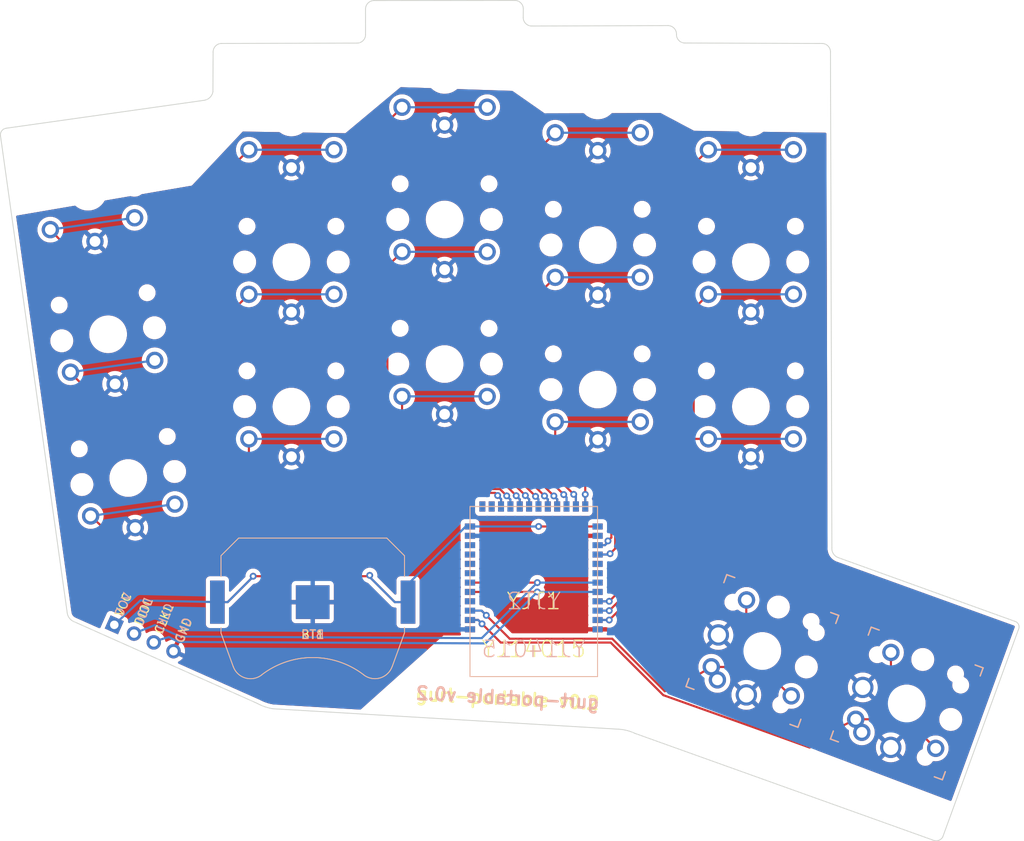
<source format=kicad_pcb>
(kicad_pcb (version 20211014) (generator pcbnew)
  (title_block (title "gurt-portable") (rev "v 0.2") (comment 4 "Author: CarlFabian"))
  (layers (0 "F.Cu" signal) (31 "B.Cu" signal) (34 "B.Paste" user) (35 "F.Paste" user) (36 "B.SilkS" user "B.Silkscreen") (37 "F.SilkS" user "F.Silkscreen") (38 "B.Mask" user) (39 "F.Mask" user) (44 "Edge.Cuts" user))
  (net 0 "")
  (net 1 "VCC")
  (net 2 "GND")
  (net 3 "DIOL")
  (net 4 "SW00L")
  (net 5 "SW10L")
  (net 6 "SW20L")
  (net 7 "SW01L")
  (net 8 "SW11L")
  (net 9 "SW21L")
  (net 10 "SW02L")
  (net 11 "SW12L")
  (net 12 "SW22L")
  (net 13 "SW03L")
  (net 14 "SW13L")
  (net 15 "SW23L")
  (net 16 "SW33L")
  (net 17 "SW04L")
  (net 18 "SW14L")
  (net 19 "SW24L")
  (net 20 "SW34L")
  (net 21 "CLKL")
  (footprint "gurt-portable:YJ-14015" (layer "F.Cu") (at 149.98192 110.25122 180)
    (fp_text reference "YJT1")
    (fp_text value "YJ14015")
  )
  (footprint "gurt-portable:Choc_PG1350_Choc_Spacing_Reversible" (layer "F.Cu") (at 99.955551 90 8)
    (fp_text reference "SW2" hide)
    (fp_text value "SW_PUSH" hide)
  )
  (footprint "gurt-portable:Choc_PG1350_Choc_Spacing_Reversible" (layer "F.Cu") (at 157.499999 79.5)
    (fp_text reference "SW11" hide)
    (fp_text value "SW_PUSH" hide)
  )
  (footprint "gurt-portable:BatteryHolder_Keystone_3034_1x20mm_bigger_pads" (layer "F.Cu") (at 124 121.5)
    (fp_text reference "BT1")
    (fp_text value "Device_Battery_Cell")
  )
  (footprint "gurt-portable:Choc_PG1350_Choc_Spacing_Reversible" (layer "F.Cu") (at 139.500001 76.5)
    (fp_text reference "SW8" hide)
    (fp_text value "SW_PUSH" hide)
  )
  (footprint "gurt-portable:Choc_PG1350_Choc_Spacing_Reversible" (layer "F.Cu") (at 121.5 81.5)
    (fp_text reference "SW5" hide)
    (fp_text value "SW_PUSH" hide)
  )
  (footprint "gurt-portable:Choc_PG1350_Choc_Spacing_Reversible" (layer "F.Cu") (at 175.5 98.5)
    (fp_text reference "SW16" hide)
    (fp_text value "SW_PUSH" hide)
  )
  (footprint "gurt-portable:Choc_PG1350_Choc_Spacing_Reversible" (layer "F.Cu") (at 157.5 96.5)
    (fp_text reference "SW12" hide)
    (fp_text value "SW_PUSH" hide)
  )
  (footprint "gurt-portable:Choc_PG1350_Choc_Spacing_Reversible" (layer "F.Cu") (at 175.5 81.500001)
    (fp_text reference "SW15" hide)
    (fp_text value "SW_PUSH" hide)
  )
  (footprint "gurt-portable:SW_PG1350_reversible_rotatable" (layer "F.Cu") (at 193.816383 133.410744 -20)
    (fp_text reference "SW17" hide)
    (fp_text value "SW_PUSH" hide)
  )
  (footprint "gurt-portable:Choc_PG1350_Choc_Spacing_Reversible" (layer "F.Cu") (at 157.500001 62.5)
    (fp_text reference "SW10" hide)
    (fp_text value "SW_PUSH" hide)
  )
  (footprint "gurt-portable:Choc_PG1350_Choc_Spacing_Reversible" (layer "F.Cu") (at 139.5 59.5)
    (fp_text reference "SW7" hide)
    (fp_text value "SW_PUSH" hide)
  )
  (footprint "gurt-portable:Choc_PG1350_Choc_Spacing_Reversible" (layer "F.Cu") (at 102.321494 106.903369 8)
    (fp_text reference "SW3" hide)
    (fp_text value "SW_PUSH" hide)
  )
  (footprint "gurt-portable:Choc_PG1350_Choc_Spacing_Reversible" (layer "F.Cu") (at 121.500001 98.500001)
    (fp_text reference "SW6" hide)
    (fp_text value "SW_PUSH" hide)
  )
  (footprint "gurt-portable:Choc_PG1350_Choc_Spacing_Reversible" (layer "F.Cu") (at 175.499999 64.5)
    (fp_text reference "SW14" hide)
    (fp_text value "SW_PUSH" hide)
  )
  (footprint "gurt-portable:Choc_PG1350_Choc_Spacing_Reversible" (layer "F.Cu") (at 97.589608 73.234254 8)
    (fp_text reference "SW1" hide)
    (fp_text value "SW_PUSH" hide)
  )
  (footprint "gurt-portable:Choc_PG1350_Choc_Spacing_Reversible" (layer "F.Cu") (at 121.5 64.500001)
    (fp_text reference "SW4" hide)
    (fp_text value "SW_PUSH" hide)
  )
  (footprint "gurt-portable:Choc_PG1350_Choc_Spacing_Reversible" (layer "F.Cu") (at 139.5 93.5)
    (fp_text reference "SW9" hide)
    (fp_text value "SW_PUSH" hide)
  )
  (footprint "gurt-portable:SW_PG1350_reversible_rotatable" (layer "F.Cu") (at 176.843197 127.239917 -20)
    (fp_text reference "SW13" hide)
    (fp_text value "SW_PUSH" hide)
  )
  (footprint "gurt-portable:YJ-14015" (layer "B.Cu") (at 149.98192 110.25122)
    (fp_text reference "YJT2")
    (fp_text value "YJ14015")
  )
  (footprint "gurt-portable:BatteryHolder_Keystone_3034_1x20mm_bigger_pads" (layer "B.Cu") (at 124 121.5 180)
    (fp_text reference "BT2")
    (fp_text value "Device_Battery_Cell")
  )
  (footprint "gurt-portable:PinHeader_1x04_P2.54mm_Horizontal" (layer "B.Cu") (at 100.679595 124.166889 -114)
    (fp_text reference "PROG1" hide)
    (fp_text value "Connector_Conn_01x04_Male" hide)
  )
  (gr_line (start 197 149.52) (end 161.87 136.93) (layer "Edge.Cuts") (width 0.1))
  (gr_arc (start 167.75 55.75) (mid 167.042893 55.457107) (end 166.75 54.75) (layer "Edge.Cuts") (width 0.1))
  (gr_arc (start 95.89 123.77) (mid 95.393079 123.365506) (end 95.15 122.77) (layer "Edge.Cuts") (width 0.1))
  (gr_line (start 167.75 55.75) (end 183.85 55.8) (layer "Edge.Cuts") (width 0.1))
  (gr_arc (start 130.207107 51.757107) (mid 130.5 51.05) (end 131.207107 50.757107) (layer "Edge.Cuts") (width 0.1))
  (gr_line (start 87.97 65.77) (end 111.27 62.48) (layer "Edge.Cuts") (width 0.1))
  (gr_arc (start 159.94 136.44) (mid 160.929303 136.590798) (end 161.87 136.93) (layer "Edge.Cuts") (width 0.1))
  (gr_line (start 95.15 122.77) (end 87.31 66.68) (layer "Edge.Cuts") (width 0.1))
  (gr_line (start 117.49 133.41) (end 95.89 123.77) (layer "Edge.Cuts") (width 0.1))
  (gr_line (start 149.74 53.75) (end 165.75 53.7) (layer "Edge.Cuts") (width 0.1))
  (gr_line (start 131.207107 50.757107) (end 147.75 50.74) (layer "Edge.Cuts") (width 0.1))
  (gr_arc (start 206.487564 123.743336) (mid 206.951962 124.11948) (end 206.94 124.716229) (layer "Edge.Cuts") (width 0.1))
  (gr_line (start 130.21 54.76) (end 130.207107 51.757107) (layer "Edge.Cuts") (width 0.1))
  (gr_line (start 113.297107 55.797107) (end 129.21 55.76) (layer "Edge.Cuts") (width 0.1))
  (gr_arc (start 112.27 61.48) (mid 111.928717 62.138717) (end 111.27 62.48) (layer "Edge.Cuts") (width 0.1))
  (gr_arc (start 147.75 50.74) (mid 148.457107 51.032893) (end 148.75 51.74) (layer "Edge.Cuts") (width 0.1))
  (gr_arc (start 130.21 54.76) (mid 129.917107 55.467107) (end 129.21 55.76) (layer "Edge.Cuts") (width 0.1))
  (gr_line (start 206.94 124.716229) (end 198.04 149.12) (layer "Edge.Cuts") (width 0.1))
  (gr_arc (start 198.04 149.12) (mid 197.590409 149.503063) (end 197 149.52) (layer "Edge.Cuts") (width 0.1))
  (gr_line (start 185.753439 116.26) (end 206.487564 123.743336) (layer "Edge.Cuts") (width 0.1))
  (gr_arc (start 112.297107 56.797107) (mid 112.59 56.09) (end 113.297107 55.797107) (layer "Edge.Cuts") (width 0.1))
  (gr_line (start 112.27 61.48) (end 112.297107 56.797107) (layer "Edge.Cuts") (width 0.1))
  (gr_line (start 159.94 136.44) (end 119.344297 134.03625) (layer "Edge.Cuts") (width 0.1))
  (gr_arc (start 165.75 53.7) (mid 166.475 54.010714) (end 166.75 54.75) (layer "Edge.Cuts") (width 0.1))
  (gr_arc (start 185.753439 116.26) (mid 185.189688 115.80262) (end 185.013439 115.096802) (layer "Edge.Cuts") (width 0.1))
  (gr_line (start 184.85 56.8) (end 185.013439 115.096802) (layer "Edge.Cuts") (width 0.1))
  (gr_arc (start 149.74 53.75) (mid 149.032893 53.457107) (end 148.74 52.75) (layer "Edge.Cuts") (width 0.1))
  (gr_arc (start 183.85 55.8) (mid 184.557107 56.092893) (end 184.85 56.8) (layer "Edge.Cuts") (width 0.1))
  (gr_line (start 148.75 51.74) (end 148.74 52.75) (layer "Edge.Cuts") (width 0.1))
  (gr_arc (start 119.344297 134.03625) (mid 118.389634 133.803632) (end 117.49 133.41) (layer "Edge.Cuts") (width 0.1))
  (gr_arc (start 87.31 66.68) (mid 87.446287 66.087189) (end 87.97 65.77) (layer "Edge.Cuts") (width 0.1))
  (gr_text "gurt-portable v0.2" (at 146.9 132.75 -3) (layer "B.SilkS") (effects (font (size 1.5 1.5) (thickness 0.3)) (justify mirror)))
  (gr_text "DIOL" (at 104.15 122.6 68) (layer "B.SilkS") (effects (font (size 1 1)) (justify mirror)))
  (gr_text "GND" (at 108.8 124.8 68) (layer "B.SilkS") (effects (font (size 1 1)) (justify mirror)))
  (gr_text "VCC" (at 101.75 121.8 67) (layer "B.SilkS") (effects (font (size 1 1)) (justify mirror)))
  (gr_text "CLKL" (at 106.55 123.4 68) (layer "B.SilkS") (effects (font (size 1 1)) (justify mirror)))
  (gr_text "gurt-portable v0.2" (at 146.9 132.85 -3) (layer "F.SilkS") (effects (font (size 1.5 1.5) (thickness 0.3))))
  (gr_text "CLKL" (at 106.51254 123.492718 68) (layer "F.SilkS") (effects (font (size 1 1))))
  (gr_text "VCC" (at 101.75 121.8 67) (layer "F.SilkS") (effects (font (size 1 1))))
  (gr_text "DIOL" (at 104.131268 122.64636 68) (layer "F.SilkS") (effects (font (size 1 1))))
  (gr_text "GND" (at 108.84636 124.81873 68) (layer "F.SilkS") (effects (font (size 1 1))))
  (segment (start 130.7 118.35) (end 130.6 118.45) (width 0.25) (layer "F.Cu") (net 1))
  (segment (start 117 118.45) (end 117 118.5) (width 0.25) (layer "F.Cu") (net 1))
  (segment (start 130.6 118.45) (end 117 118.45) (width 0.25) (layer "F.Cu") (net 1))
  (segment (start 117 118.5) (end 114 121.5) (width 0.25) (layer "F.Cu") (net 1))
  (segment (start 130.7 118.55) (end 133.65 121.5) (width 0.25) (layer "F.Cu") (net 1))
  (segment (start 130.7 118.35) (end 130.7 118.55) (width 0.25) (layer "F.Cu") (net 1))
  (segment (start 157.48 112.60072) (end 150.45072 112.60072) (width 0.25) (layer "F.Cu") (net 1))
  (segment (start 114 121.5) (end 113.015 121.5) (width 0.25) (layer "F.Cu") (net 1))
  (segment (start 133.65 121.5) (end 134.985 121.5) (width 0.25) (layer "F.Cu") (net 1))
  (via (at 150.54928 112.60072) (size 0.8) (drill 0.4) (layers "F.Cu" "B.Cu") (net 1))
  (via (at 117 118.45) (size 0.8) (drill 0.4) (layers "F.Cu" "B.Cu") (net 1))
  (via (at 130.7 118.35) (size 0.8) (drill 0.4) (layers "F.Cu" "B.Cu") (net 1))
  (segment (start 117 118.45) (end 117 118.5) (width 0.25) (layer "B.Cu") (net 1))
  (segment (start 113.015 121.5) (end 114 121.5) (width 0.25) (layer "B.Cu") (net 1))
  (segment (start 141.97928 112.60072) (end 142.48384 112.60072) (width 0.25) (layer "B.Cu") (net 1))
  (segment (start 142.48384 112.60072) (end 150.54928 112.60072) (width 0.25) (layer "B.Cu") (net 1))
  (segment (start 133.65 121.5) (end 134.985 121.5) (width 0.25) (layer "B.Cu") (net 1))
  (segment (start 130.7 118.55) (end 133.65 121.5) (width 0.25) (layer "B.Cu") (net 1))
  (segment (start 113.015 121.5) (end 103.75 121.3) (width 0.25) (layer "B.Cu") (net 1))
  (segment (start 134.985 121.5) (end 134.985 119.595) (width 0.25) (layer "B.Cu") (net 1))
  (segment (start 134.985 119.595) (end 141.97928 112.60072) (width 0.25) (layer "B.Cu") (net 1))
  (segment (start 103.75 121.3) (end 100.679595 124.166889) (width 0.25) (layer "B.Cu") (net 1))
  (segment (start 117 118.5) (end 114 121.5) (width 0.25) (layer "B.Cu") (net 1))
  (segment (start 130.7 118.35) (end 130.7 118.55) (width 0.25) (layer "B.Cu") (net 1))
  (segment (start 142.48384 119.19964) (end 150.40036 119.19964) (width 0.25) (layer "F.Cu") (net 3))
  (via (at 150.40036 119.19964) (size 0.8) (drill 0.4) (layers "F.Cu" "B.Cu") (net 3))
  (segment (start 103.2914 125.0586) (end 103.1414 125.0586) (width 0.25) (layer "B.Cu") (net 3))
  (segment (start 157.48 119.19964) (end 150.40036 119.19964) (width 0.25) (layer "B.Cu") (net 3))
  (segment (start 143.86952 125.73048) (end 108.4 125.55) (width 0.25) (layer "B.Cu") (net 3))
  (segment (start 103.1414 125.0586) (end 103 125.2) (width 0.25) (layer "B.Cu") (net 3))
  (segment (start 150.40036 119.19964) (end 143.86952 125.73048) (width 0.25) (layer "B.Cu") (net 3))
  (segment (start 108.4 125.55) (end 105.45 124.2) (width 0.25) (layer "B.Cu") (net 3))
  (segment (start 105.45 124.2) (end 103.2914 125.0586) (width 0.25) (layer "B.Cu") (net 3))
  (segment (start 146.68216 107.75048) (end 114.95048 107.75048) (width 0.25) (layer "F.Cu") (net 4))
  (segment (start 114.95048 107.75048) (end 113.2 106) (width 0.25) (layer "F.Cu") (net 4))
  (segment (start 148.33346 109.40178) (end 147.91584 108.98416) (width 0.25) (layer "F.Cu") (net 4))
  (segment (start 107.6 80.4) (end 97 81.8) (width 0.25) (layer "F.Cu") (net 4))
  (segment (start 113 84.6) (end 107.6 80.4) (width 0.25) (layer "F.Cu") (net 4))
  (segment (start 113.2 106) (end 113 84.6) (width 0.25) (layer "F.Cu") (net 4))
  (segment (start 148.33346 110.25122) (end 148.33346 109.40178) (width 0.25) (layer "F.Cu") (net 4))
  (segment (start 97 81.8) (end 93.167125 77.693138) (width 0.25) (layer "F.Cu") (net 4))
  (segment (start 147.91584 108.98416) (end 146.68216 107.75048) (width 0.25) (layer "F.Cu") (net 4))
  (via (at 147.91584 108.98416) (size 0.8) (drill 0.4) (layers "F.Cu" "B.Cu") (net 4))
  (segment (start 103.069806 76.301407) (end 99.05 76.85) (width 0.25) (layer "B.Cu") (net 4))
  (segment (start 99.05 76.85) (end 93.167125 77.693138) (width 0.25) (layer "B.Cu") (net 4))
  (segment (start 148.33346 110.25122) (end 148.33346 109.40178) (width 0.25) (layer "B.Cu") (net 4))
  (segment (start 148.33346 109.40178) (end 147.91584 108.98416) (width 0.25) (layer "B.Cu") (net 4))
  (segment (start 146 108.2) (end 114.6 108.2) (width 0.25) (layer "F.Cu") (net 5))
  (segment (start 99.555372 98.55) (end 95.533068 94.527696) (width 0.25) (layer "F.Cu") (net 5))
  (segment (start 147.23364 109.43364) (end 146.8 109) (width 0.25) (layer "F.Cu") (net 5))
  (segment (start 146.8 109) (end 146 108.2) (width 0.25) (layer "F.Cu") (net 5))
  (segment (start 112.6 106.2) (end 112.6 99.6) (width 0.25) (layer "F.Cu") (net 5))
  (segment (start 147.23364 110.25122) (end 147.23364 109.43364) (width 0.25) (layer "F.Cu") (net 5))
  (segment (start 114.6 108.2) (end 112.6 106.2) (width 0.25) (layer "F.Cu") (net 5))
  (segment (start 112.6 99.6) (end 110 97.2) (width 0.25) (layer "F.Cu") (net 5))
  (segment (start 110 97.2) (end 99.555372 98.55) (width 0.25) (layer "F.Cu") (net 5))
  (via (at 146.8 109) (size 0.8) (drill 0.4) (layers "F.Cu" "B.Cu") (net 5))
  (segment (start 147.23364 110.25122) (end 147.23364 109.43364) (width 0.25) (layer "B.Cu") (net 5))
  (segment (start 105.435749 93.067153) (end 100.5 93.75) (width 0.25) (layer "B.Cu") (net 5))
  (segment (start 100.5 93.75) (end 95.533068 94.458884) (width 0.25) (layer "B.Cu") (net 5))
  (segment (start 147.23364 109.43364) (end 146.8 109) (width 0.25) (layer "B.Cu") (net 5))
  (segment (start 102.2 115.4) (end 97.899011 111.362253) (width 0.25) (layer "F.Cu") (net 6))
  (segment (start 145.735818 108.960416) (end 145.424922 108.64952) (width 0.25) (layer "F.Cu") (net 6))
  (segment (start 112.4 114) (end 102.2 115.4) (width 0.25) (layer "F.Cu") (net 6))
  (segment (start 145.424922 108.64952) (end 114.413803 108.64952) (width 0.25) (layer "F.Cu") (net 6))
  (segment (start 145.735818 109.003778) (end 146.13382 109.40178) (width 0.25) (layer "F.Cu") (net 6))
  (segment (start 146.13382 109.40178) (end 146.13382 110.25122) (width 0.25) (layer "F.Cu") (net 6))
  (segment (start 114.413803 108.64952) (end 113.6 110.8) (width 0.25) (layer "F.Cu") (net 6))
  (segment (start 113.6 110.8) (end 112.4 114) (width 0.25) (layer "F.Cu") (net 6))
  (segment (start 145.735818 108.960416) (end 145.735818 109.003778) (width 0.25) (layer "F.Cu") (net 6))
  (via (at 145.735818 108.960416) (size 0.8) (drill 0.4) (layers "F.Cu" "B.Cu") (net 6))
  (segment (start 146.13382 110.25122) (end 146.13382 109.358418) (width 0.25) (layer "B.Cu") (net 6))
  (segment (start 102.9 110.65) (end 97.899011 111.362253) (width 0.25) (layer "B.Cu") (net 6))
  (segment (start 146.13382 109.358418) (end 145.735818 108.960416) (width 0.25) (layer "B.Cu") (net 6))
  (segment (start 107.801692 109.970522) (end 102.9 110.65) (width 0.25) (layer "B.Cu") (net 6))
  (segment (start 115.35096 107.30096) (end 113.8 105.75) (width 0.25) (layer "F.Cu") (net 7))
  (segment (start 149.43328 109.40178) (end 148.99075 108.95925) (width 0.25) (layer "F.Cu") (net 7))
  (segment (start 148.99075 108.95925) (end 147.33246 107.30096) (width 0.25) (layer "F.Cu") (net 7))
  (segment (start 147.33246 107.30096) (end 115.35096 107.30096) (width 0.25) (layer "F.Cu") (net 7))
  (segment (start 113.8 105.75) (end 113.8 71.000001) (width 0.25) (layer "F.Cu") (net 7))
  (segment (start 113.8 71.000001) (end 116.5 68.300001) (width 0.25) (layer "F.Cu") (net 7))
  (segment (start 149.43328 110.25122) (end 149.43328 109.40178) (width 0.25) (layer "F.Cu") (net 7))
  (via (at 148.99075 108.95925) (size 0.8) (drill 0.4) (layers "F.Cu" "B.Cu") (net 7))
  (segment (start 116.5 68.300001) (end 126.5 68.300001) (width 0.25) (layer "B.Cu") (net 7))
  (segment (start 149.43328 109.40178) (end 148.99075 108.95925) (width 0.25) (layer "B.Cu") (net 7))
  (segment (start 149.43328 110.25122) (end 149.43328 109.40178) (width 0.25) (layer "B.Cu") (net 7))
  (segment (start 150.53056 109.40178) (end 150.18939 109.06061) (width 0.25) (layer "F.Cu") (net 8))
  (segment (start 114.35 87.45) (end 116.5 85.3) (width 0.25) (layer "F.Cu") (net 8))
  (segment (start 150.18939 109.06061) (end 147.98022 106.85144) (width 0.25) (layer "F.Cu") (net 8))
  (segment (start 147.98022 106.85144) (end 115.80144 106.85144) (width 0.25) (layer "F.Cu") (net 8))
  (segment (start 114.35 105.4) (end 114.35 87.45) (width 0.25) (layer "F.Cu") (net 8))
  (segment (start 115.80144 106.85144) (end 114.35 105.4) (width 0.25) (layer "F.Cu") (net 8))
  (segment (start 150.53056 110.25122) (end 150.53056 109.40178) (width 0.25) (layer "F.Cu") (net 8))
  (via (at 150.18939 109.06061) (size 0.8) (drill 0.4) (layers "F.Cu" "B.Cu") (net 8))
  (segment (start 150.53056 110.25122) (end 150.53056 109.40178) (width 0.25) (layer "B.Cu") (net 8))
  (segment (start 150.53056 109.40178) (end 150.18939 109.06061) (width 0.25) (layer "B.Cu") (net 8))
  (segment (start 116.5 85.3) (end 126.5 85.3) (width 0.25) (layer "B.Cu") (net 8))
  (segment (start 148.6286 106.4) (end 117.8 106.4) (width 0.25) (layer "F.Cu") (net 9))
  (segment (start 116.500001 105.100001) (end 116.500001 102.300001) (width 0.25) (layer "F.Cu") (net 9))
  (segment (start 151.63038 110.25122) (end 151.63038 109.40178) (width 0.25) (layer "F.Cu") (net 9))
  (segment (start 117.8 106.4) (end 116.500001 105.100001) (width 0.25) (layer "F.Cu") (net 9))
  (segment (start 151.2393 109.0107) (end 148.6286 106.4) (width 0.25) (layer "F.Cu") (net 9))
  (segment (start 151.63038 109.40178) (end 151.2393 109.0107) (width 0.25) (layer "F.Cu") (net 9))
  (via (at 151.2393 109.0107) (size 0.8) (drill 0.4) (layers "F.Cu" "B.Cu") (net 9))
  (segment (start 151.63038 109.40178) (end 151.2393 109.0107) (width 0.25) (layer "B.Cu") (net 9))
  (segment (start 151.63038 110.25122) (end 151.63038 109.40178) (width 0.25) (layer "B.Cu") (net 9))
  (segment (start 126.500001 102.300001) (end 116.500001 102.300001) (width 0.25) (layer "B.Cu") (net 9))
  (segment (start 135.279044 105.95048) (end 132.2 102.871436) (width 0.25) (layer "F.Cu") (net 10))
  (segment (start 152.33921 109.01079) (end 149.2789 105.95048) (width 0.25) (layer "F.Cu") (net 10))
  (segment (start 132.2 65.6) (end 134.5 63.3) (width 0.25) (layer "F.Cu") (net 10))
  (segment (start 152.7302 110.25122) (end 152.7302 109.40178) (width 0.25) (layer "F.Cu") (net 10))
  (segment (start 152.7302 109.40178) (end 152.33921 109.01079) (width 0.25) (layer "F.Cu") (net 10))
  (segment (start 149.2789 105.95048) (end 135.279044 105.95048) (width 0.25) (layer "F.Cu") (net 10))
  (segment (start 132.2 102.871436) (end 132.2 65.6) (width 0.25) (layer "F.Cu") (net 10))
  (via (at 152.33921 109.01079) (size 0.8) (drill 0.4) (layers "F.Cu" "B.Cu") (net 10))
  (segment (start 134.5 63.3) (end 144.5 63.3) (width 0.25) (layer "B.Cu") (net 10))
  (segment (start 152.7302 109.40178) (end 152.33921 109.01079) (width 0.25) (layer "B.Cu") (net 10))
  (segment (start 152.7302 110.25122) (end 152.7302 109.40178) (width 0.25) (layer "B.Cu") (net 10))
  (segment (start 135.465242 105.50096) (end 132.774579 102.810297) (width 0.25) (layer "F.Cu") (net 11))
  (segment (start 132.774579 102.810297) (end 132.774579 82.025422) (width 0.25) (layer "F.Cu") (net 11))
  (segment (start 132.774579 82.025422) (end 134.500001 80.3) (width 0.25) (layer "F.Cu") (net 11))
  (segment (start 153.5 108.85) (end 150.15096 105.50096) (width 0.25) (layer "F.Cu") (net 11))
  (segment (start 150.15096 105.50096) (end 135.465242 105.50096) (width 0.25) (layer "F.Cu") (net 11))
  (segment (start 153.83002 110.25122) (end 153.83002 109.18002) (width 0.25) (layer "F.Cu") (net 11))
  (segment (start 153.83002 109.18002) (end 153.5 108.85) (width 0.25) (layer "F.Cu") (net 11))
  (via (at 153.5 108.85) (size 0.8) (drill 0.4) (layers "F.Cu" "B.Cu") (net 11))
  (segment (start 134.500001 80.3) (end 144.500001 80.3) (width 0.25) (layer "B.Cu") (net 11))
  (segment (start 153.83002 109.18002) (end 153.5 108.85) (width 0.25) (layer "B.Cu") (net 11))
  (segment (start 153.83002 110.25122) (end 153.83002 109.18002) (width 0.25) (layer "B.Cu") (net 11))
  (segment (start 154.92984 109.07984) (end 154.675 108.825) (width 0.25) (layer "F.Cu") (net 12))
  (segment (start 154.675 108.825) (end 150.85 105) (width 0.25) (layer "F.Cu") (net 12))
  (segment (start 135.6 105) (end 134.5 103.9) (width 0.25) (layer "F.Cu") (net 12))
  (segment (start 150.85 105) (end 135.6 105) (width 0.25) (layer "F.Cu") (net 12))
  (segment (start 154.92984 110.25122) (end 154.92984 109.07984) (width 0.25) (layer "F.Cu") (net 12))
  (segment (start 134.5 103.9) (end 134.5 97.3) (width 0.25) (layer "F.Cu") (net 12))
  (via (at 154.675 108.825) (size 0.8) (drill 0.4) (layers "F.Cu" "B.Cu") (net 12))
  (segment (start 154.92984 110.25122) (end 154.92984 109.07984) (width 0.25) (layer "B.Cu") (net 12))
  (segment (start 154.92984 109.07984) (end 154.675 108.825) (width 0.25) (layer "B.Cu") (net 12))
  (segment (start 144.5 97.3) (end 134.5 97.3) (width 0.25) (layer "B.Cu") (net 12))
  (segment (start 156.02966 107.265378) (end 148.8 100.035718) (width 0.25) (layer "F.Cu") (net 13))
  (segment (start 156.02966 110.25122) (end 156.02966 108.82966) (width 0.25) (layer "F.Cu") (net 13))
  (segment (start 148.8 100.035718) (end 148.8 70.000001) (width 0.25) (layer "F.Cu") (net 13))
  (segment (start 148.8 70.000001) (end 152.500001 66.3) (width 0.25) (layer "F.Cu") (net 13))
  (segment (start 156.02966 108.82966) (end 156.02966 107.265378) (width 0.25) (layer "F.Cu") (net 13))
  (via (at 156.02966 108.82966) (size 0.8) (drill 0.4) (layers "F.Cu" "B.Cu") (net 13))
  (segment (start 156.02966 110.25122) (end 156.02966 108.82966) (width 0.25) (layer "B.Cu") (net 13))
  (segment (start 152.500001 66.3) (end 162.500001 66.3) (width 0.25) (layer "B.Cu") (net 13))
  (segment (start 150.4 85.399999) (end 152.499999 83.3) (width 0.25) (layer "F.Cu") (net 14))
  (segment (start 157.48 114.80036) (end 158.32944 114.80036) (width 0.25) (layer "F.Cu") (net 14))
  (segment (start 150.4 85.8) (end 150.4 85.399999) (width 0.25) (layer "F.Cu") (net 14))
  (segment (start 158.7 114.4298) (end 158.7 114.3) (width 0.25) (layer "F.Cu") (net 14))
  (segment (start 158.7 114.3) (end 159.10048 113.89952) (width 0.25) (layer "F.Cu") (net 14))
  (segment (start 159.10048 109.70048) (end 150.75 101.35) (width 0.25) (layer "F.Cu") (net 14))
  (segment (start 150.4 100.2) (end 150.4 85.799999) (width 0.25) (layer "F.Cu") (net 14))
  (segment (start 159.10048 113.89952) (end 159.10048 109.70048) (width 0.25) (layer "F.Cu") (net 14))
  (segment (start 150.375421 100.975421) (end 150.375421 100.224579) (width 0.25) (layer "F.Cu") (net 14))
  (segment (start 158.32944 114.80036) (end 158.7 114.4298) (width 0.25) (layer "F.Cu") (net 14))
  (segment (start 150.8 101.4) (end 150.375421 100.975421) (width 0.25) (layer "F.Cu") (net 14))
  (via (at 158.7 114.3) (size 0.8) (drill 0.4) (layers "F.Cu" "B.Cu") (net 14))
  (segment (start 157.48 114.80036) (end 158.34964 114.80036) (width 0.25) (layer "B.Cu") (net 14))
  (segment (start 152.499999 83.3) (end 162.499999 83.3) (width 0.25) (layer "B.Cu") (net 14))
  (segment (start 158.7 114.45) (end 158.7 114.3) (width 0.25) (layer "B.Cu") (net 14))
  (segment (start 158.34964 114.80036) (end 158.7 114.45) (width 0.25) (layer "B.Cu") (net 14))
  (segment (start 157.48 115.90018) (end 158.84982 115.90018) (width 0.25) (layer "F.Cu") (net 15))
  (segment (start 159.55 115.2) (end 159.55 109.4) (width 0.25) (layer "F.Cu") (net 15))
  (segment (start 152.5 102.35) (end 152.5 100.3) (width 0.25) (layer "F.Cu") (net 15))
  (segment (start 158.95 115.8) (end 159.55 115.2) (width 0.25) (layer "F.Cu") (net 15))
  (segment (start 158.84982 115.90018) (end 158.95 115.8) (width 0.25) (layer "F.Cu") (net 15))
  (segment (start 159.55 109.4) (end 152.5 102.35) (width 0.25) (layer "F.Cu") (net 15))
  (via (at 158.95 115.8) (size 0.8) (drill 0.4) (layers "F.Cu" "B.Cu") (net 15))
  (segment (start 152.5 100.3) (end 162.5 100.3) (width 0.25) (layer "B.Cu") (net 15))
  (segment (start 158.84982 115.90018) (end 158.95 115.8) (width 0.25) (layer "B.Cu") (net 15))
  (segment (start 157.48 115.90018) (end 158.84982 115.90018) (width 0.25) (layer "B.Cu") (net 15))
  (segment (start 169 130.2) (end 165.37375 131.97375) (width 0.25) (layer "F.Cu") (net 16))
  (segment (start 173.771475 129.121475) (end 173.771475 125.978525) (width 0.25) (layer "F.Cu") (net 16))
  (segment (start 173.771475 125.978525) (end 174.955652 124.794348) (width 0.25) (layer "F.Cu") (net 16))
  (segment (start 170.845057 129.100648) (end 170.745705 129.2) (width 0.25) (layer "F.Cu") (net 16))
  (segment (start 147.15 125.8) (end 144.4 123.05) (width 0.25) (layer "F.Cu") (net 16))
  (segment (start 144.4 123.05) (end 143.8491 122.4991) (width 0.25) (layer "F.Cu") (net 16))
  (segment (start 143.8491 122.4991) (end 142.48384 122.4991) (width 0.25) (layer "F.Cu") (net 16))
  (segment (start 173.771475 129.121475) (end 170.818243 129.121475) (width 0.25) (layer "F.Cu") (net 16))
  (segment (start 174.955652 124.794348) (end 174.955652 121.262604) (width 0.25) (layer "F.Cu") (net 16))
  (segment (start 159.2 125.8) (end 147.15 125.8) (width 0.25) (layer "F.Cu") (net 16))
  (segment (start 170.745705 129.2) (end 169 130.2) (width 0.25) (layer "F.Cu") (net 16))
  (segment (start 180.191677 132.541677) (end 177.9 130.25) (width 0.25) (layer "F.Cu") (net 16))
  (segment (start 165.37375 131.97375) (end 159.2 125.8) (width 0.25) (layer "F.Cu") (net 16))
  (segment (start 174.9 130.25) (end 173.771475 129.121475) (width 0.25) (layer "F.Cu") (net 16))
  (segment (start 177.9 130.25) (end 174.9 130.25) (width 0.25) (layer "F.Cu") (net 16))
  (via (at 144.4 123.05) (size 0.8) (drill 0.4) (layers "F.Cu" "B.Cu") (net 16))
  (segment (start 143.8491 122.4991) (end 144.4 123.05) (width 0.25) (layer "B.Cu") (net 16))
  (segment (start 142.48384 122.4991) (end 143.8491 122.4991) (width 0.25) (layer "B.Cu") (net 16))
  (segment (start 168.325059 101.074941) (end 168.325059 70.47494) (width 0.25) (layer "F.Cu") (net 17))
  (segment (start 158.85072 121.39928) (end 159.99952 120.25048) (width 0.25) (layer "F.Cu") (net 17))
  (segment (start 157.48 121.39928) (end 158.85072 121.39928) (width 0.25) (layer "F.Cu") (net 17))
  (segment (start 168.325059 70.47494) (end 170.499999 68.3) (width 0.25) (layer "F.Cu") (net 17))
  (segment (start 159.99952 120.25048) (end 159.99952 109.40048) (width 0.25) (layer "F.Cu") (net 17))
  (segment (start 159.99952 109.40048) (end 168.325059 101.074941) (width 0.25) (layer "F.Cu") (net 17))
  (via (at 158.85072 121.39928) (size 0.8) (drill 0.4) (layers "F.Cu" "B.Cu") (net 17))
  (segment (start 157.48 121.39928) (end 158.85072 121.39928) (width 0.25) (layer "B.Cu") (net 17))
  (segment (start 170.499999 68.3) (end 180.499999 68.3) (width 0.25) (layer "B.Cu") (net 17))
  (segment (start 168.774579 101.261139) (end 168.774579 87.025422) (width 0.25) (layer "F.Cu") (net 18))
  (segment (start 160.44904 109.586678) (end 168.774579 101.261139) (width 0.25) (layer "F.Cu") (net 18))
  (segment (start 158.8509 122.4991) (end 160.44904 120.90096) (width 0.25) (layer "F.Cu") (net 18))
  (segment (start 157.48 122.4991) (end 158.8509 122.4991) (width 0.25) (layer "F.Cu") (net 18))
  (segment (start 160.44904 120.90096) (end 160.44904 109.586678) (width 0.25) (layer "F.Cu") (net 18))
  (segment (start 168.774579 87.025422) (end 170.5 85.300001) (width 0.25) (layer "F.Cu") (net 18))
  (via (at 158.8509 122.4991) (size 0.8) (drill 0.4) (layers "F.Cu" "B.Cu") (net 18))
  (segment (start 170.5 85.300001) (end 180.5 85.300001) (width 0.25) (layer "B.Cu") (net 18))
  (segment (start 157.48 122.4991) (end 158.8509 122.4991) (width 0.25) (layer "B.Cu") (net 18))
  (segment (start 157.48 123.59892) (end 158.85108 123.59892) (width 0.25) (layer "F.Cu") (net 19))
  (segment (start 158.85108 123.59892) (end 160.89856 121.55144) (width 0.25) (layer "F.Cu") (net 19))
  (segment (start 160.89856 109.772876) (end 168.371436 102.3) (width 0.25) (layer "F.Cu") (net 19))
  (segment (start 160.89856 121.55144) (end 160.89856 109.772876) (width 0.25) (layer "F.Cu") (net 19))
  (segment (start 168.371436 102.3) (end 170.5 102.3) (width 0.25) (layer "F.Cu") (net 19))
  (via (at 158.85108 123.59892) (size 0.8) (drill 0.4) (layers "F.Cu" "B.Cu") (net 19))
  (segment (start 170.5 102.3) (end 180.5 102.3) (width 0.25) (layer "B.Cu") (net 19))
  (segment (start 157.48 123.59892) (end 158.85108 123.59892) (width 0.25) (layer "B.Cu") (net 19))
  (segment (start 175.2 136) (end 165.2 132.435718) (width 0.25) (layer "F.Cu") (net 20))
  (segment (start 191.955652 130.944348) (end 191.955652 127.412604) (width 0.25) (layer "F.Cu") (net 20))
  (segment (start 197.21517 138.691677) (end 197.191677 138.691677) (width 0.25) (layer "F.Cu") (net 20))
  (segment (start 186.45 135.95) (end 182.4 138.6) (width 0.25) (layer "F.Cu") (net 20))
  (segment (start 187.818243 135.271475) (end 186.45 135.95) (width 0.25) (layer "F.Cu") (net 20))
  (segment (start 197.191677 138.691677) (end 194.9 136.4) (width 0.25) (layer "F.Cu") (net 20))
  (segment (start 182.4 138.6) (end 175.2 136) (width 0.25) (layer "F.Cu") (net 20))
  (segment (start 146.096434 126.24952) (end 143.898457 124.051543) (width 0.25) (layer "F.Cu") (net 20))
  (segment (start 194.9 136.4) (end 191.9 136.4) (width 0.25) (layer "F.Cu") (net 20))
  (segment (start 190.771475 132.128525) (end 191.955652 130.944348) (width 0.25) (layer "F.Cu") (net 20))
  (segment (start 190.771475 135.271475) (end 187.818243 135.271475) (width 0.25) (layer "F.Cu") (net 20))
  (segment (start 165.2 132.435718) (end 159.013802 126.24952) (width 0.25) (layer "F.Cu") (net 20))
  (segment (start 190.771475 135.271475) (end 190.771475 132.128525) (width 0.25) (layer "F.Cu") (net 20))
  (segment (start 143.445834 123.59892) (end 142.48384 123.59892) (width 0.25) (layer "F.Cu") (net 20))
  (segment (start 191.9 136.4) (end 190.771475 135.271475) (width 0.25) (layer "F.Cu") (net 20))
  (segment (start 143.898457 124.051543) (end 143.445834 123.59892) (width 0.25) (layer "F.Cu") (net 20))
  (segment (start 159.013802 126.24952) (end 146.096434 126.24952) (width 0.25) (layer "F.Cu") (net 20))
  (via (at 143.898457 124.051543) (size 0.8) (drill 0.4) (layers "F.Cu" "B.Cu") (net 20))
  (segment (start 142.48384 123.59892) (end 143.445834 123.59892) (width 0.25) (layer "B.Cu") (net 20))
  (segment (start 143.445834 123.59892) (end 143.898457 124.051543) (width 0.25) (layer "B.Cu") (net 20))
  (segment (start 150.39946 120.29946) (end 150.4 120.3) (width 0.25) (layer "F.Cu") (net 21))
  (segment (start 142.48384 120.29946) (end 150.39946 120.29946) (width 0.25) (layer "F.Cu") (net 21))
  (via (at 150.4 120.3) (size 0.8) (drill 0.4) (layers "F.Cu" "B.Cu") (net 21))
  (segment (start 150.4 120.3) (end 144.3 126.35) (width 0.25) (layer "B.Cu") (net 21))
  (segment (start 144.3 126.35) (end 108.215599 126.18) (width 0.25) (layer "B.Cu") (net 21))
  (segment (start 105.461806 126.091711) (end 105.320406 126.233111) (width 0.25) (layer "B.Cu") (net 21))
  (segment (start 157.48 120.29946) (end 150.40054 120.29946) (width 0.25) (layer "B.Cu") (net 21))
  (segment (start 107.1 125.6) (end 105.461806 126.091711) (width 0.25) (layer "B.Cu") (net 21))
  (segment (start 108.215599 126.18) (end 107.1 125.6) (width 0.25) (layer "B.Cu") (net 21))
  (zone (net 2) (net_name "GND") (layers F&B.Cu) (connect_pads (clearance 0.508)) (min_thickness 0.254) (fill yes (thermal_gap 0.508) (thermal_bridge_width 0.508))
    (polygon (pts (xy 147.47 61.38) (xy 151.25 64.02) (xy 164.88 63.98) (xy 168.81 66.07) (xy 184.4 66.3) (xy 186.1 115.75) (xy 207.6 123.85) (xy 200.35 145.4) (xy 165.79 132.32) (xy 159.5 125.5) (xy 159.5 125.4) (xy 139.36 125.42) (xy 128.127079 135.477832) (xy 118.397079 135.447832) (xy 94.75 124.15) (xy 87.75 76.3) (xy 109.8 72.52) (xy 115.78 66.16) (xy 127.84 66.36) (xy 134.33 60.94)))
  )
)
</source>
